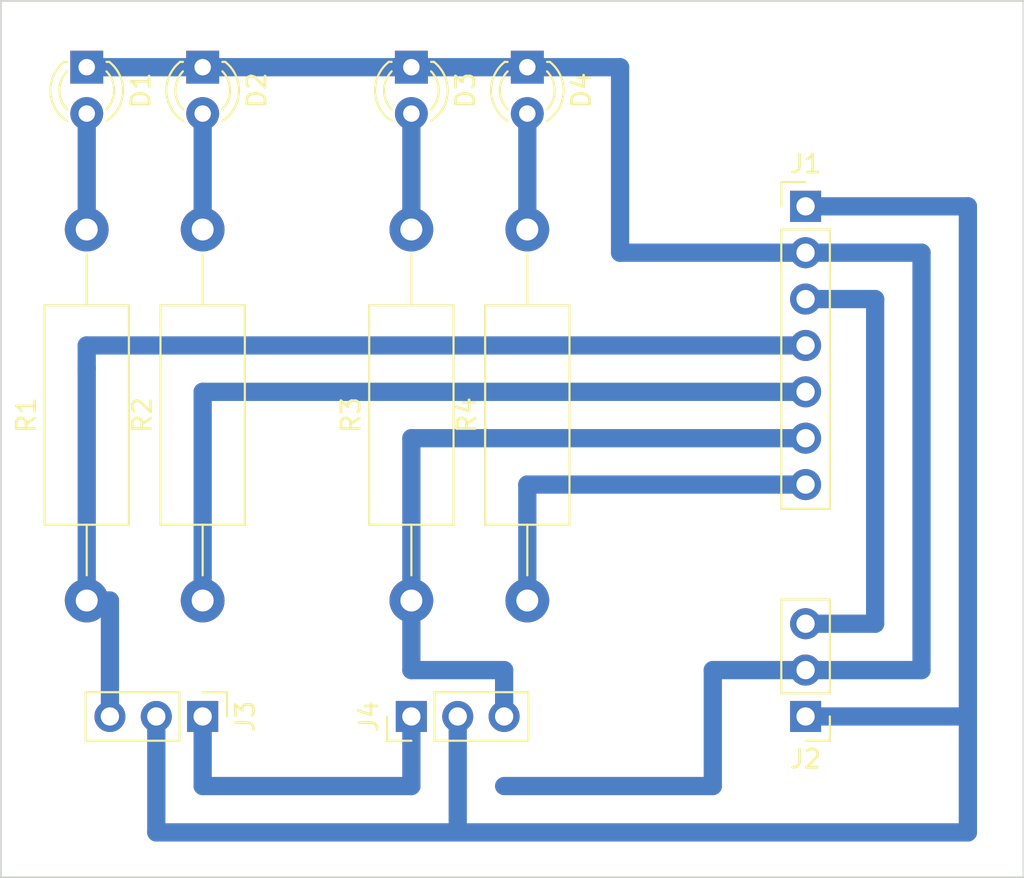
<source format=kicad_pcb>
(kicad_pcb (version 4) (host pcbnew 4.0.7)

  (general
    (links 21)
    (no_connects 1)
    (area -500.050001 -678.050001 -443.949999 -629.949999)
    (thickness 1.6)
    (drawings 4)
    (tracks 44)
    (zones 0)
    (modules 12)
    (nets 12)
  )

  (page A4)
  (layers
    (0 F.Cu signal)
    (31 B.Cu signal)
    (32 B.Adhes user)
    (33 F.Adhes user)
    (34 B.Paste user)
    (35 F.Paste user)
    (36 B.SilkS user)
    (37 F.SilkS user)
    (38 B.Mask user)
    (39 F.Mask user)
    (40 Dwgs.User user)
    (41 Cmts.User user)
    (42 Eco1.User user)
    (43 Eco2.User user)
    (44 Edge.Cuts user)
    (45 Margin user)
    (46 B.CrtYd user)
    (47 F.CrtYd user)
    (48 B.Fab user)
    (49 F.Fab user)
  )

  (setup
    (last_trace_width 0.25)
    (user_trace_width 1)
    (trace_clearance 0.2)
    (zone_clearance 0.508)
    (zone_45_only no)
    (trace_min 0.2)
    (segment_width 0.2)
    (edge_width 0.1)
    (via_size 0.6)
    (via_drill 0.4)
    (via_min_size 0.4)
    (via_min_drill 0.3)
    (user_via 3 1)
    (uvia_size 0.3)
    (uvia_drill 0.1)
    (uvias_allowed no)
    (uvia_min_size 0.2)
    (uvia_min_drill 0.1)
    (pcb_text_width 0.3)
    (pcb_text_size 1.5 1.5)
    (mod_edge_width 0.15)
    (mod_text_size 1 1)
    (mod_text_width 0.15)
    (pad_size 1.5 1.5)
    (pad_drill 0.6)
    (pad_to_mask_clearance 0)
    (aux_axis_origin 204.47 111.76)
    (visible_elements FFFFFFFF)
    (pcbplotparams
      (layerselection 0x00030_80000001)
      (usegerberextensions false)
      (excludeedgelayer true)
      (linewidth 0.100000)
      (plotframeref false)
      (viasonmask false)
      (mode 1)
      (useauxorigin false)
      (hpglpennumber 1)
      (hpglpenspeed 20)
      (hpglpendiameter 15)
      (hpglpenoverlay 2)
      (psnegative false)
      (psa4output false)
      (plotreference true)
      (plotvalue true)
      (plotinvisibletext false)
      (padsonsilk false)
      (subtractmaskfromsilk false)
      (outputformat 1)
      (mirror false)
      (drillshape 1)
      (scaleselection 1)
      (outputdirectory ""))
  )

  (net 0 "")
  (net 1 "Net-(D1-Pad1)")
  (net 2 "Net-(D1-Pad2)")
  (net 3 "Net-(D2-Pad2)")
  (net 4 "Net-(D3-Pad2)")
  (net 5 "Net-(D4-Pad2)")
  (net 6 "Net-(J1-Pad1)")
  (net 7 "Net-(J1-Pad3)")
  (net 8 "Net-(J1-Pad4)")
  (net 9 "Net-(J1-Pad5)")
  (net 10 "Net-(J1-Pad6)")
  (net 11 "Net-(J1-Pad7)")

  (net_class Default "This is the default net class."
    (clearance 0.2)
    (trace_width 0.25)
    (via_dia 0.6)
    (via_drill 0.4)
    (uvia_dia 0.3)
    (uvia_drill 0.1)
  )

  (net_class type_01 ""
    (clearance 0.5)
    (trace_width 1)
    (via_dia 4)
    (via_drill 1.5)
    (uvia_dia 3)
    (uvia_drill 1)
    (add_net "Net-(D1-Pad1)")
    (add_net "Net-(D1-Pad2)")
    (add_net "Net-(D2-Pad2)")
    (add_net "Net-(D3-Pad2)")
    (add_net "Net-(D4-Pad2)")
    (add_net "Net-(J1-Pad1)")
    (add_net "Net-(J1-Pad3)")
    (add_net "Net-(J1-Pad4)")
    (add_net "Net-(J1-Pad5)")
    (add_net "Net-(J1-Pad6)")
    (add_net "Net-(J1-Pad7)")
  )

  (module LEDs:LED_D3.0mm (layer F.Cu) (tedit 587A3A7B) (tstamp 5C757930)
    (at -495.3 -674.37 270)
    (descr "LED, diameter 3.0mm, 2 pins")
    (tags "LED diameter 3.0mm 2 pins")
    (path /5C6D01AC)
    (fp_text reference D1 (at 1.27 -2.96 270) (layer F.SilkS)
      (effects (font (size 1 1) (thickness 0.15)))
    )
    (fp_text value LED (at 1.27 2.96 270) (layer F.Fab)
      (effects (font (size 1 1) (thickness 0.15)))
    )
    (fp_arc (start 1.27 0) (end -0.23 -1.16619) (angle 284.3) (layer F.Fab) (width 0.1))
    (fp_arc (start 1.27 0) (end -0.29 -1.235516) (angle 108.8) (layer F.SilkS) (width 0.12))
    (fp_arc (start 1.27 0) (end -0.29 1.235516) (angle -108.8) (layer F.SilkS) (width 0.12))
    (fp_arc (start 1.27 0) (end 0.229039 -1.08) (angle 87.9) (layer F.SilkS) (width 0.12))
    (fp_arc (start 1.27 0) (end 0.229039 1.08) (angle -87.9) (layer F.SilkS) (width 0.12))
    (fp_circle (center 1.27 0) (end 2.77 0) (layer F.Fab) (width 0.1))
    (fp_line (start -0.23 -1.16619) (end -0.23 1.16619) (layer F.Fab) (width 0.1))
    (fp_line (start -0.29 -1.236) (end -0.29 -1.08) (layer F.SilkS) (width 0.12))
    (fp_line (start -0.29 1.08) (end -0.29 1.236) (layer F.SilkS) (width 0.12))
    (fp_line (start -1.15 -2.25) (end -1.15 2.25) (layer F.CrtYd) (width 0.05))
    (fp_line (start -1.15 2.25) (end 3.7 2.25) (layer F.CrtYd) (width 0.05))
    (fp_line (start 3.7 2.25) (end 3.7 -2.25) (layer F.CrtYd) (width 0.05))
    (fp_line (start 3.7 -2.25) (end -1.15 -2.25) (layer F.CrtYd) (width 0.05))
    (pad 1 thru_hole rect (at 0 0 270) (size 1.8 1.8) (drill 0.9) (layers *.Cu *.Mask)
      (net 1 "Net-(D1-Pad1)"))
    (pad 2 thru_hole circle (at 2.54 0 270) (size 1.8 1.8) (drill 0.9) (layers *.Cu *.Mask)
      (net 2 "Net-(D1-Pad2)"))
    (model ${KISYS3DMOD}/LEDs.3dshapes/LED_D3.0mm.wrl
      (at (xyz 0 0 0))
      (scale (xyz 0.393701 0.393701 0.393701))
      (rotate (xyz 0 0 0))
    )
  )

  (module LEDs:LED_D3.0mm (layer F.Cu) (tedit 5C75793B) (tstamp 5C757943)
    (at -488.95 -674.37 270)
    (descr "LED, diameter 3.0mm, 2 pins")
    (tags "LED diameter 3.0mm 2 pins")
    (path /5C6D021B)
    (fp_text reference D2 (at 1.27 -2.96 270) (layer F.SilkS)
      (effects (font (size 1 1) (thickness 0.15)))
    )
    (fp_text value LED (at 1.27 2.96 360) (layer F.Fab)
      (effects (font (size 1 1) (thickness 0.15)))
    )
    (fp_arc (start 1.27 0) (end -0.23 -1.16619) (angle 284.3) (layer F.Fab) (width 0.1))
    (fp_arc (start 1.27 0) (end -0.29 -1.235516) (angle 108.8) (layer F.SilkS) (width 0.12))
    (fp_arc (start 1.27 0) (end -0.29 1.235516) (angle -108.8) (layer F.SilkS) (width 0.12))
    (fp_arc (start 1.27 0) (end 0.229039 -1.08) (angle 87.9) (layer F.SilkS) (width 0.12))
    (fp_arc (start 1.27 0) (end 0.229039 1.08) (angle -87.9) (layer F.SilkS) (width 0.12))
    (fp_circle (center 1.27 0) (end 2.77 0) (layer F.Fab) (width 0.1))
    (fp_line (start -0.23 -1.16619) (end -0.23 1.16619) (layer F.Fab) (width 0.1))
    (fp_line (start -0.29 -1.236) (end -0.29 -1.08) (layer F.SilkS) (width 0.12))
    (fp_line (start -0.29 1.08) (end -0.29 1.236) (layer F.SilkS) (width 0.12))
    (fp_line (start -1.15 -2.25) (end -1.15 2.25) (layer F.CrtYd) (width 0.05))
    (fp_line (start -1.15 2.25) (end 3.7 2.25) (layer F.CrtYd) (width 0.05))
    (fp_line (start 3.7 2.25) (end 3.7 -2.25) (layer F.CrtYd) (width 0.05))
    (fp_line (start 3.7 -2.25) (end -1.15 -2.25) (layer F.CrtYd) (width 0.05))
    (pad 1 thru_hole rect (at 0 0 270) (size 1.8 1.8) (drill 0.9) (layers *.Cu *.Mask)
      (net 1 "Net-(D1-Pad1)"))
    (pad 2 thru_hole circle (at 2.54 0 270) (size 1.8 1.8) (drill 0.9) (layers *.Cu *.Mask)
      (net 3 "Net-(D2-Pad2)"))
    (model ${KISYS3DMOD}/LEDs.3dshapes/LED_D3.0mm.wrl
      (at (xyz 0 0 0))
      (scale (xyz 0.393701 0.393701 0.393701))
      (rotate (xyz 0 0 0))
    )
  )

  (module LEDs:LED_D3.0mm (layer F.Cu) (tedit 5C757935) (tstamp 5C757956)
    (at -477.52 -674.37 270)
    (descr "LED, diameter 3.0mm, 2 pins")
    (tags "LED diameter 3.0mm 2 pins")
    (path /5C6D013D)
    (fp_text reference D3 (at 1.27 -2.96 270) (layer F.SilkS)
      (effects (font (size 1 1) (thickness 0.15)))
    )
    (fp_text value LED (at 1.27 2.96 360) (layer F.Fab)
      (effects (font (size 1 1) (thickness 0.15)))
    )
    (fp_arc (start 1.27 0) (end -0.23 -1.16619) (angle 284.3) (layer F.Fab) (width 0.1))
    (fp_arc (start 1.27 0) (end -0.29 -1.235516) (angle 108.8) (layer F.SilkS) (width 0.12))
    (fp_arc (start 1.27 0) (end -0.29 1.235516) (angle -108.8) (layer F.SilkS) (width 0.12))
    (fp_arc (start 1.27 0) (end 0.229039 -1.08) (angle 87.9) (layer F.SilkS) (width 0.12))
    (fp_arc (start 1.27 0) (end 0.229039 1.08) (angle -87.9) (layer F.SilkS) (width 0.12))
    (fp_circle (center 1.27 0) (end 2.77 0) (layer F.Fab) (width 0.1))
    (fp_line (start -0.23 -1.16619) (end -0.23 1.16619) (layer F.Fab) (width 0.1))
    (fp_line (start -0.29 -1.236) (end -0.29 -1.08) (layer F.SilkS) (width 0.12))
    (fp_line (start -0.29 1.08) (end -0.29 1.236) (layer F.SilkS) (width 0.12))
    (fp_line (start -1.15 -2.25) (end -1.15 2.25) (layer F.CrtYd) (width 0.05))
    (fp_line (start -1.15 2.25) (end 3.7 2.25) (layer F.CrtYd) (width 0.05))
    (fp_line (start 3.7 2.25) (end 3.7 -2.25) (layer F.CrtYd) (width 0.05))
    (fp_line (start 3.7 -2.25) (end -1.15 -2.25) (layer F.CrtYd) (width 0.05))
    (pad 1 thru_hole rect (at 0 0 270) (size 1.8 1.8) (drill 0.9) (layers *.Cu *.Mask)
      (net 1 "Net-(D1-Pad1)"))
    (pad 2 thru_hole circle (at 2.54 0 270) (size 1.8 1.8) (drill 0.9) (layers *.Cu *.Mask)
      (net 4 "Net-(D3-Pad2)"))
    (model ${KISYS3DMOD}/LEDs.3dshapes/LED_D3.0mm.wrl
      (at (xyz 0 0 0))
      (scale (xyz 0.393701 0.393701 0.393701))
      (rotate (xyz 0 0 0))
    )
  )

  (module LEDs:LED_D3.0mm (layer F.Cu) (tedit 587A3A7B) (tstamp 5C757969)
    (at -471.17 -674.37 270)
    (descr "LED, diameter 3.0mm, 2 pins")
    (tags "LED diameter 3.0mm 2 pins")
    (path /5C6D00FC)
    (fp_text reference D4 (at 1.27 -2.96 270) (layer F.SilkS)
      (effects (font (size 1 1) (thickness 0.15)))
    )
    (fp_text value LED (at 1.27 2.96 270) (layer F.Fab)
      (effects (font (size 1 1) (thickness 0.15)))
    )
    (fp_arc (start 1.27 0) (end -0.23 -1.16619) (angle 284.3) (layer F.Fab) (width 0.1))
    (fp_arc (start 1.27 0) (end -0.29 -1.235516) (angle 108.8) (layer F.SilkS) (width 0.12))
    (fp_arc (start 1.27 0) (end -0.29 1.235516) (angle -108.8) (layer F.SilkS) (width 0.12))
    (fp_arc (start 1.27 0) (end 0.229039 -1.08) (angle 87.9) (layer F.SilkS) (width 0.12))
    (fp_arc (start 1.27 0) (end 0.229039 1.08) (angle -87.9) (layer F.SilkS) (width 0.12))
    (fp_circle (center 1.27 0) (end 2.77 0) (layer F.Fab) (width 0.1))
    (fp_line (start -0.23 -1.16619) (end -0.23 1.16619) (layer F.Fab) (width 0.1))
    (fp_line (start -0.29 -1.236) (end -0.29 -1.08) (layer F.SilkS) (width 0.12))
    (fp_line (start -0.29 1.08) (end -0.29 1.236) (layer F.SilkS) (width 0.12))
    (fp_line (start -1.15 -2.25) (end -1.15 2.25) (layer F.CrtYd) (width 0.05))
    (fp_line (start -1.15 2.25) (end 3.7 2.25) (layer F.CrtYd) (width 0.05))
    (fp_line (start 3.7 2.25) (end 3.7 -2.25) (layer F.CrtYd) (width 0.05))
    (fp_line (start 3.7 -2.25) (end -1.15 -2.25) (layer F.CrtYd) (width 0.05))
    (pad 1 thru_hole rect (at 0 0 270) (size 1.8 1.8) (drill 0.9) (layers *.Cu *.Mask)
      (net 1 "Net-(D1-Pad1)"))
    (pad 2 thru_hole circle (at 2.54 0 270) (size 1.8 1.8) (drill 0.9) (layers *.Cu *.Mask)
      (net 5 "Net-(D4-Pad2)"))
    (model ${KISYS3DMOD}/LEDs.3dshapes/LED_D3.0mm.wrl
      (at (xyz 0 0 0))
      (scale (xyz 0.393701 0.393701 0.393701))
      (rotate (xyz 0 0 0))
    )
  )

  (module Pin_Headers:Pin_Header_Straight_1x07_Pitch2.54mm (layer F.Cu) (tedit 59650532) (tstamp 5C757984)
    (at -455.93 -666.75)
    (descr "Through hole straight pin header, 1x07, 2.54mm pitch, single row")
    (tags "Through hole pin header THT 1x07 2.54mm single row")
    (path /5C6FA103)
    (fp_text reference J1 (at 0 -2.33) (layer F.SilkS)
      (effects (font (size 1 1) (thickness 0.15)))
    )
    (fp_text value Conn_01x07 (at 0 17.57) (layer F.Fab)
      (effects (font (size 1 1) (thickness 0.15)))
    )
    (fp_line (start -0.635 -1.27) (end 1.27 -1.27) (layer F.Fab) (width 0.1))
    (fp_line (start 1.27 -1.27) (end 1.27 16.51) (layer F.Fab) (width 0.1))
    (fp_line (start 1.27 16.51) (end -1.27 16.51) (layer F.Fab) (width 0.1))
    (fp_line (start -1.27 16.51) (end -1.27 -0.635) (layer F.Fab) (width 0.1))
    (fp_line (start -1.27 -0.635) (end -0.635 -1.27) (layer F.Fab) (width 0.1))
    (fp_line (start -1.33 16.57) (end 1.33 16.57) (layer F.SilkS) (width 0.12))
    (fp_line (start -1.33 1.27) (end -1.33 16.57) (layer F.SilkS) (width 0.12))
    (fp_line (start 1.33 1.27) (end 1.33 16.57) (layer F.SilkS) (width 0.12))
    (fp_line (start -1.33 1.27) (end 1.33 1.27) (layer F.SilkS) (width 0.12))
    (fp_line (start -1.33 0) (end -1.33 -1.33) (layer F.SilkS) (width 0.12))
    (fp_line (start -1.33 -1.33) (end 0 -1.33) (layer F.SilkS) (width 0.12))
    (fp_line (start -1.8 -1.8) (end -1.8 17.05) (layer F.CrtYd) (width 0.05))
    (fp_line (start -1.8 17.05) (end 1.8 17.05) (layer F.CrtYd) (width 0.05))
    (fp_line (start 1.8 17.05) (end 1.8 -1.8) (layer F.CrtYd) (width 0.05))
    (fp_line (start 1.8 -1.8) (end -1.8 -1.8) (layer F.CrtYd) (width 0.05))
    (fp_text user %R (at 0 7.62 90) (layer F.Fab)
      (effects (font (size 1 1) (thickness 0.15)))
    )
    (pad 1 thru_hole rect (at 0 0) (size 1.7 1.7) (drill 1) (layers *.Cu *.Mask)
      (net 6 "Net-(J1-Pad1)"))
    (pad 2 thru_hole oval (at 0 2.54) (size 1.7 1.7) (drill 1) (layers *.Cu *.Mask)
      (net 1 "Net-(D1-Pad1)"))
    (pad 3 thru_hole oval (at 0 5.08) (size 1.7 1.7) (drill 1) (layers *.Cu *.Mask)
      (net 7 "Net-(J1-Pad3)"))
    (pad 4 thru_hole oval (at 0 7.62) (size 1.7 1.7) (drill 1) (layers *.Cu *.Mask)
      (net 8 "Net-(J1-Pad4)"))
    (pad 5 thru_hole oval (at 0 10.16) (size 1.7 1.7) (drill 1) (layers *.Cu *.Mask)
      (net 9 "Net-(J1-Pad5)"))
    (pad 6 thru_hole oval (at 0 12.7) (size 1.7 1.7) (drill 1) (layers *.Cu *.Mask)
      (net 10 "Net-(J1-Pad6)"))
    (pad 7 thru_hole oval (at 0 15.24) (size 1.7 1.7) (drill 1) (layers *.Cu *.Mask)
      (net 11 "Net-(J1-Pad7)"))
    (model ${KISYS3DMOD}/Pin_Headers.3dshapes/Pin_Header_Straight_1x07_Pitch2.54mm.wrl
      (at (xyz 0 0 0))
      (scale (xyz 1 1 1))
      (rotate (xyz 0 0 0))
    )
  )

  (module Socket_Strips:Socket_Strip_Straight_1x03_Pitch2.54mm (layer F.Cu) (tedit 58CD5446) (tstamp 5C75799A)
    (at -455.93 -638.81 180)
    (descr "Through hole straight socket strip, 1x03, 2.54mm pitch, single row")
    (tags "Through hole socket strip THT 1x03 2.54mm single row")
    (path /5C75928C)
    (fp_text reference J2 (at 0 -2.33 180) (layer F.SilkS)
      (effects (font (size 1 1) (thickness 0.15)))
    )
    (fp_text value Conn_01x03_Female (at 0 7.41 180) (layer F.Fab)
      (effects (font (size 1 1) (thickness 0.15)))
    )
    (fp_line (start -1.27 -1.27) (end -1.27 6.35) (layer F.Fab) (width 0.1))
    (fp_line (start -1.27 6.35) (end 1.27 6.35) (layer F.Fab) (width 0.1))
    (fp_line (start 1.27 6.35) (end 1.27 -1.27) (layer F.Fab) (width 0.1))
    (fp_line (start 1.27 -1.27) (end -1.27 -1.27) (layer F.Fab) (width 0.1))
    (fp_line (start -1.33 1.27) (end -1.33 6.41) (layer F.SilkS) (width 0.12))
    (fp_line (start -1.33 6.41) (end 1.33 6.41) (layer F.SilkS) (width 0.12))
    (fp_line (start 1.33 6.41) (end 1.33 1.27) (layer F.SilkS) (width 0.12))
    (fp_line (start 1.33 1.27) (end -1.33 1.27) (layer F.SilkS) (width 0.12))
    (fp_line (start -1.33 0) (end -1.33 -1.33) (layer F.SilkS) (width 0.12))
    (fp_line (start -1.33 -1.33) (end 0 -1.33) (layer F.SilkS) (width 0.12))
    (fp_line (start -1.8 -1.8) (end -1.8 6.85) (layer F.CrtYd) (width 0.05))
    (fp_line (start -1.8 6.85) (end 1.8 6.85) (layer F.CrtYd) (width 0.05))
    (fp_line (start 1.8 6.85) (end 1.8 -1.8) (layer F.CrtYd) (width 0.05))
    (fp_line (start 1.8 -1.8) (end -1.8 -1.8) (layer F.CrtYd) (width 0.05))
    (fp_text user %R (at 0 -2.33 180) (layer F.Fab)
      (effects (font (size 1 1) (thickness 0.15)))
    )
    (pad 1 thru_hole rect (at 0 0 180) (size 1.7 1.7) (drill 1) (layers *.Cu *.Mask)
      (net 6 "Net-(J1-Pad1)"))
    (pad 2 thru_hole oval (at 0 2.54 180) (size 1.7 1.7) (drill 1) (layers *.Cu *.Mask)
      (net 1 "Net-(D1-Pad1)"))
    (pad 3 thru_hole oval (at 0 5.08 180) (size 1.7 1.7) (drill 1) (layers *.Cu *.Mask)
      (net 7 "Net-(J1-Pad3)"))
    (model ${KISYS3DMOD}/Socket_Strips.3dshapes/Socket_Strip_Straight_1x03_Pitch2.54mm.wrl
      (at (xyz 0 -0.1 0))
      (scale (xyz 1 1 1))
      (rotate (xyz 0 0 270))
    )
  )

  (module Socket_Strips:Socket_Strip_Straight_1x03_Pitch2.54mm (layer F.Cu) (tedit 58CD5446) (tstamp 5C7579B0)
    (at -488.95 -638.81 270)
    (descr "Through hole straight socket strip, 1x03, 2.54mm pitch, single row")
    (tags "Through hole socket strip THT 1x03 2.54mm single row")
    (path /5C7593E2)
    (fp_text reference J3 (at 0 -2.33 270) (layer F.SilkS)
      (effects (font (size 1 1) (thickness 0.15)))
    )
    (fp_text value Conn_01x03_Female (at 0 7.41 270) (layer F.Fab)
      (effects (font (size 1 1) (thickness 0.15)))
    )
    (fp_line (start -1.27 -1.27) (end -1.27 6.35) (layer F.Fab) (width 0.1))
    (fp_line (start -1.27 6.35) (end 1.27 6.35) (layer F.Fab) (width 0.1))
    (fp_line (start 1.27 6.35) (end 1.27 -1.27) (layer F.Fab) (width 0.1))
    (fp_line (start 1.27 -1.27) (end -1.27 -1.27) (layer F.Fab) (width 0.1))
    (fp_line (start -1.33 1.27) (end -1.33 6.41) (layer F.SilkS) (width 0.12))
    (fp_line (start -1.33 6.41) (end 1.33 6.41) (layer F.SilkS) (width 0.12))
    (fp_line (start 1.33 6.41) (end 1.33 1.27) (layer F.SilkS) (width 0.12))
    (fp_line (start 1.33 1.27) (end -1.33 1.27) (layer F.SilkS) (width 0.12))
    (fp_line (start -1.33 0) (end -1.33 -1.33) (layer F.SilkS) (width 0.12))
    (fp_line (start -1.33 -1.33) (end 0 -1.33) (layer F.SilkS) (width 0.12))
    (fp_line (start -1.8 -1.8) (end -1.8 6.85) (layer F.CrtYd) (width 0.05))
    (fp_line (start -1.8 6.85) (end 1.8 6.85) (layer F.CrtYd) (width 0.05))
    (fp_line (start 1.8 6.85) (end 1.8 -1.8) (layer F.CrtYd) (width 0.05))
    (fp_line (start 1.8 -1.8) (end -1.8 -1.8) (layer F.CrtYd) (width 0.05))
    (fp_text user %R (at 0 -2.33 270) (layer F.Fab)
      (effects (font (size 1 1) (thickness 0.15)))
    )
    (pad 1 thru_hole rect (at 0 0 270) (size 1.7 1.7) (drill 1) (layers *.Cu *.Mask)
      (net 1 "Net-(D1-Pad1)"))
    (pad 2 thru_hole oval (at 0 2.54 270) (size 1.7 1.7) (drill 1) (layers *.Cu *.Mask)
      (net 6 "Net-(J1-Pad1)"))
    (pad 3 thru_hole oval (at 0 5.08 270) (size 1.7 1.7) (drill 1) (layers *.Cu *.Mask)
      (net 8 "Net-(J1-Pad4)"))
    (model ${KISYS3DMOD}/Socket_Strips.3dshapes/Socket_Strip_Straight_1x03_Pitch2.54mm.wrl
      (at (xyz 0 -0.1 0))
      (scale (xyz 1 1 1))
      (rotate (xyz 0 0 270))
    )
  )

  (module Socket_Strips:Socket_Strip_Straight_1x03_Pitch2.54mm (layer F.Cu) (tedit 58CD5446) (tstamp 5C7579C6)
    (at -477.52 -638.81 90)
    (descr "Through hole straight socket strip, 1x03, 2.54mm pitch, single row")
    (tags "Through hole socket strip THT 1x03 2.54mm single row")
    (path /5C759463)
    (fp_text reference J4 (at 0 -2.33 90) (layer F.SilkS)
      (effects (font (size 1 1) (thickness 0.15)))
    )
    (fp_text value Conn_01x03_Female (at 0 7.41 90) (layer F.Fab)
      (effects (font (size 1 1) (thickness 0.15)))
    )
    (fp_line (start -1.27 -1.27) (end -1.27 6.35) (layer F.Fab) (width 0.1))
    (fp_line (start -1.27 6.35) (end 1.27 6.35) (layer F.Fab) (width 0.1))
    (fp_line (start 1.27 6.35) (end 1.27 -1.27) (layer F.Fab) (width 0.1))
    (fp_line (start 1.27 -1.27) (end -1.27 -1.27) (layer F.Fab) (width 0.1))
    (fp_line (start -1.33 1.27) (end -1.33 6.41) (layer F.SilkS) (width 0.12))
    (fp_line (start -1.33 6.41) (end 1.33 6.41) (layer F.SilkS) (width 0.12))
    (fp_line (start 1.33 6.41) (end 1.33 1.27) (layer F.SilkS) (width 0.12))
    (fp_line (start 1.33 1.27) (end -1.33 1.27) (layer F.SilkS) (width 0.12))
    (fp_line (start -1.33 0) (end -1.33 -1.33) (layer F.SilkS) (width 0.12))
    (fp_line (start -1.33 -1.33) (end 0 -1.33) (layer F.SilkS) (width 0.12))
    (fp_line (start -1.8 -1.8) (end -1.8 6.85) (layer F.CrtYd) (width 0.05))
    (fp_line (start -1.8 6.85) (end 1.8 6.85) (layer F.CrtYd) (width 0.05))
    (fp_line (start 1.8 6.85) (end 1.8 -1.8) (layer F.CrtYd) (width 0.05))
    (fp_line (start 1.8 -1.8) (end -1.8 -1.8) (layer F.CrtYd) (width 0.05))
    (fp_text user %R (at 0 -2.33 90) (layer F.Fab)
      (effects (font (size 1 1) (thickness 0.15)))
    )
    (pad 1 thru_hole rect (at 0 0 90) (size 1.7 1.7) (drill 1) (layers *.Cu *.Mask)
      (net 1 "Net-(D1-Pad1)"))
    (pad 2 thru_hole oval (at 0 2.54 90) (size 1.7 1.7) (drill 1) (layers *.Cu *.Mask)
      (net 6 "Net-(J1-Pad1)"))
    (pad 3 thru_hole oval (at 0 5.08 90) (size 1.7 1.7) (drill 1) (layers *.Cu *.Mask)
      (net 10 "Net-(J1-Pad6)"))
    (model ${KISYS3DMOD}/Socket_Strips.3dshapes/Socket_Strip_Straight_1x03_Pitch2.54mm.wrl
      (at (xyz 0 -0.1 0))
      (scale (xyz 1 1 1))
      (rotate (xyz 0 0 270))
    )
  )

  (module Resistors_THT:R_Axial_DIN0414_L11.9mm_D4.5mm_P20.32mm_Horizontal (layer F.Cu) (tedit 5874F706) (tstamp 5C7579DC)
    (at -495.3 -645.16 90)
    (descr "Resistor, Axial_DIN0414 series, Axial, Horizontal, pin pitch=20.32mm, 2W, length*diameter=11.9*4.5mm^2, http://www.vishay.com/docs/20128/wkxwrx.pdf")
    (tags "Resistor Axial_DIN0414 series Axial Horizontal pin pitch 20.32mm 2W length 11.9mm diameter 4.5mm")
    (path /5C6D122D)
    (fp_text reference R1 (at 10.16 -3.31 90) (layer F.SilkS)
      (effects (font (size 1 1) (thickness 0.15)))
    )
    (fp_text value 2.2k (at 10.16 3.31 90) (layer F.Fab)
      (effects (font (size 1 1) (thickness 0.15)))
    )
    (fp_line (start 4.21 -2.25) (end 4.21 2.25) (layer F.Fab) (width 0.1))
    (fp_line (start 4.21 2.25) (end 16.11 2.25) (layer F.Fab) (width 0.1))
    (fp_line (start 16.11 2.25) (end 16.11 -2.25) (layer F.Fab) (width 0.1))
    (fp_line (start 16.11 -2.25) (end 4.21 -2.25) (layer F.Fab) (width 0.1))
    (fp_line (start 0 0) (end 4.21 0) (layer F.Fab) (width 0.1))
    (fp_line (start 20.32 0) (end 16.11 0) (layer F.Fab) (width 0.1))
    (fp_line (start 4.15 -2.31) (end 4.15 2.31) (layer F.SilkS) (width 0.12))
    (fp_line (start 4.15 2.31) (end 16.17 2.31) (layer F.SilkS) (width 0.12))
    (fp_line (start 16.17 2.31) (end 16.17 -2.31) (layer F.SilkS) (width 0.12))
    (fp_line (start 16.17 -2.31) (end 4.15 -2.31) (layer F.SilkS) (width 0.12))
    (fp_line (start 1.38 0) (end 4.15 0) (layer F.SilkS) (width 0.12))
    (fp_line (start 18.94 0) (end 16.17 0) (layer F.SilkS) (width 0.12))
    (fp_line (start -1.45 -2.6) (end -1.45 2.6) (layer F.CrtYd) (width 0.05))
    (fp_line (start -1.45 2.6) (end 21.8 2.6) (layer F.CrtYd) (width 0.05))
    (fp_line (start 21.8 2.6) (end 21.8 -2.6) (layer F.CrtYd) (width 0.05))
    (fp_line (start 21.8 -2.6) (end -1.45 -2.6) (layer F.CrtYd) (width 0.05))
    (pad 1 thru_hole circle (at 0 0 90) (size 2.4 2.4) (drill 1.2) (layers *.Cu *.Mask)
      (net 8 "Net-(J1-Pad4)"))
    (pad 2 thru_hole oval (at 20.32 0 90) (size 2.4 2.4) (drill 1.2) (layers *.Cu *.Mask)
      (net 2 "Net-(D1-Pad2)"))
    (model ${KISYS3DMOD}/Resistors_THT.3dshapes/R_Axial_DIN0414_L11.9mm_D4.5mm_P20.32mm_Horizontal.wrl
      (at (xyz 0 0 0))
      (scale (xyz 0.393701 0.393701 0.393701))
      (rotate (xyz 0 0 0))
    )
  )

  (module Resistors_THT:R_Axial_DIN0414_L11.9mm_D4.5mm_P20.32mm_Horizontal (layer F.Cu) (tedit 5874F706) (tstamp 5C7579F2)
    (at -488.95 -645.16 90)
    (descr "Resistor, Axial_DIN0414 series, Axial, Horizontal, pin pitch=20.32mm, 2W, length*diameter=11.9*4.5mm^2, http://www.vishay.com/docs/20128/wkxwrx.pdf")
    (tags "Resistor Axial_DIN0414 series Axial Horizontal pin pitch 20.32mm 2W length 11.9mm diameter 4.5mm")
    (path /5C6D11CC)
    (fp_text reference R2 (at 10.16 -3.31 90) (layer F.SilkS)
      (effects (font (size 1 1) (thickness 0.15)))
    )
    (fp_text value 2.2k (at 10.16 3.31 90) (layer F.Fab)
      (effects (font (size 1 1) (thickness 0.15)))
    )
    (fp_line (start 4.21 -2.25) (end 4.21 2.25) (layer F.Fab) (width 0.1))
    (fp_line (start 4.21 2.25) (end 16.11 2.25) (layer F.Fab) (width 0.1))
    (fp_line (start 16.11 2.25) (end 16.11 -2.25) (layer F.Fab) (width 0.1))
    (fp_line (start 16.11 -2.25) (end 4.21 -2.25) (layer F.Fab) (width 0.1))
    (fp_line (start 0 0) (end 4.21 0) (layer F.Fab) (width 0.1))
    (fp_line (start 20.32 0) (end 16.11 0) (layer F.Fab) (width 0.1))
    (fp_line (start 4.15 -2.31) (end 4.15 2.31) (layer F.SilkS) (width 0.12))
    (fp_line (start 4.15 2.31) (end 16.17 2.31) (layer F.SilkS) (width 0.12))
    (fp_line (start 16.17 2.31) (end 16.17 -2.31) (layer F.SilkS) (width 0.12))
    (fp_line (start 16.17 -2.31) (end 4.15 -2.31) (layer F.SilkS) (width 0.12))
    (fp_line (start 1.38 0) (end 4.15 0) (layer F.SilkS) (width 0.12))
    (fp_line (start 18.94 0) (end 16.17 0) (layer F.SilkS) (width 0.12))
    (fp_line (start -1.45 -2.6) (end -1.45 2.6) (layer F.CrtYd) (width 0.05))
    (fp_line (start -1.45 2.6) (end 21.8 2.6) (layer F.CrtYd) (width 0.05))
    (fp_line (start 21.8 2.6) (end 21.8 -2.6) (layer F.CrtYd) (width 0.05))
    (fp_line (start 21.8 -2.6) (end -1.45 -2.6) (layer F.CrtYd) (width 0.05))
    (pad 1 thru_hole circle (at 0 0 90) (size 2.4 2.4) (drill 1.2) (layers *.Cu *.Mask)
      (net 9 "Net-(J1-Pad5)"))
    (pad 2 thru_hole oval (at 20.32 0 90) (size 2.4 2.4) (drill 1.2) (layers *.Cu *.Mask)
      (net 3 "Net-(D2-Pad2)"))
    (model ${KISYS3DMOD}/Resistors_THT.3dshapes/R_Axial_DIN0414_L11.9mm_D4.5mm_P20.32mm_Horizontal.wrl
      (at (xyz 0 0 0))
      (scale (xyz 0.393701 0.393701 0.393701))
      (rotate (xyz 0 0 0))
    )
  )

  (module Resistors_THT:R_Axial_DIN0414_L11.9mm_D4.5mm_P20.32mm_Horizontal (layer F.Cu) (tedit 5874F706) (tstamp 5C757A08)
    (at -477.52 -645.16 90)
    (descr "Resistor, Axial_DIN0414 series, Axial, Horizontal, pin pitch=20.32mm, 2W, length*diameter=11.9*4.5mm^2, http://www.vishay.com/docs/20128/wkxwrx.pdf")
    (tags "Resistor Axial_DIN0414 series Axial Horizontal pin pitch 20.32mm 2W length 11.9mm diameter 4.5mm")
    (path /5C6D12A4)
    (fp_text reference R3 (at 10.16 -3.31 90) (layer F.SilkS)
      (effects (font (size 1 1) (thickness 0.15)))
    )
    (fp_text value 2.2k (at 10.16 3.31 90) (layer F.Fab)
      (effects (font (size 1 1) (thickness 0.15)))
    )
    (fp_line (start 4.21 -2.25) (end 4.21 2.25) (layer F.Fab) (width 0.1))
    (fp_line (start 4.21 2.25) (end 16.11 2.25) (layer F.Fab) (width 0.1))
    (fp_line (start 16.11 2.25) (end 16.11 -2.25) (layer F.Fab) (width 0.1))
    (fp_line (start 16.11 -2.25) (end 4.21 -2.25) (layer F.Fab) (width 0.1))
    (fp_line (start 0 0) (end 4.21 0) (layer F.Fab) (width 0.1))
    (fp_line (start 20.32 0) (end 16.11 0) (layer F.Fab) (width 0.1))
    (fp_line (start 4.15 -2.31) (end 4.15 2.31) (layer F.SilkS) (width 0.12))
    (fp_line (start 4.15 2.31) (end 16.17 2.31) (layer F.SilkS) (width 0.12))
    (fp_line (start 16.17 2.31) (end 16.17 -2.31) (layer F.SilkS) (width 0.12))
    (fp_line (start 16.17 -2.31) (end 4.15 -2.31) (layer F.SilkS) (width 0.12))
    (fp_line (start 1.38 0) (end 4.15 0) (layer F.SilkS) (width 0.12))
    (fp_line (start 18.94 0) (end 16.17 0) (layer F.SilkS) (width 0.12))
    (fp_line (start -1.45 -2.6) (end -1.45 2.6) (layer F.CrtYd) (width 0.05))
    (fp_line (start -1.45 2.6) (end 21.8 2.6) (layer F.CrtYd) (width 0.05))
    (fp_line (start 21.8 2.6) (end 21.8 -2.6) (layer F.CrtYd) (width 0.05))
    (fp_line (start 21.8 -2.6) (end -1.45 -2.6) (layer F.CrtYd) (width 0.05))
    (pad 1 thru_hole circle (at 0 0 90) (size 2.4 2.4) (drill 1.2) (layers *.Cu *.Mask)
      (net 10 "Net-(J1-Pad6)"))
    (pad 2 thru_hole oval (at 20.32 0 90) (size 2.4 2.4) (drill 1.2) (layers *.Cu *.Mask)
      (net 4 "Net-(D3-Pad2)"))
    (model ${KISYS3DMOD}/Resistors_THT.3dshapes/R_Axial_DIN0414_L11.9mm_D4.5mm_P20.32mm_Horizontal.wrl
      (at (xyz 0 0 0))
      (scale (xyz 0.393701 0.393701 0.393701))
      (rotate (xyz 0 0 0))
    )
  )

  (module Resistors_THT:R_Axial_DIN0414_L11.9mm_D4.5mm_P20.32mm_Horizontal (layer F.Cu) (tedit 5874F706) (tstamp 5C757A1E)
    (at -471.17 -645.16 90)
    (descr "Resistor, Axial_DIN0414 series, Axial, Horizontal, pin pitch=20.32mm, 2W, length*diameter=11.9*4.5mm^2, http://www.vishay.com/docs/20128/wkxwrx.pdf")
    (tags "Resistor Axial_DIN0414 series Axial Horizontal pin pitch 20.32mm 2W length 11.9mm diameter 4.5mm")
    (path /5C6D1321)
    (fp_text reference R4 (at 10.16 -3.31 90) (layer F.SilkS)
      (effects (font (size 1 1) (thickness 0.15)))
    )
    (fp_text value 2.2k (at 10.16 3.31 90) (layer F.Fab)
      (effects (font (size 1 1) (thickness 0.15)))
    )
    (fp_line (start 4.21 -2.25) (end 4.21 2.25) (layer F.Fab) (width 0.1))
    (fp_line (start 4.21 2.25) (end 16.11 2.25) (layer F.Fab) (width 0.1))
    (fp_line (start 16.11 2.25) (end 16.11 -2.25) (layer F.Fab) (width 0.1))
    (fp_line (start 16.11 -2.25) (end 4.21 -2.25) (layer F.Fab) (width 0.1))
    (fp_line (start 0 0) (end 4.21 0) (layer F.Fab) (width 0.1))
    (fp_line (start 20.32 0) (end 16.11 0) (layer F.Fab) (width 0.1))
    (fp_line (start 4.15 -2.31) (end 4.15 2.31) (layer F.SilkS) (width 0.12))
    (fp_line (start 4.15 2.31) (end 16.17 2.31) (layer F.SilkS) (width 0.12))
    (fp_line (start 16.17 2.31) (end 16.17 -2.31) (layer F.SilkS) (width 0.12))
    (fp_line (start 16.17 -2.31) (end 4.15 -2.31) (layer F.SilkS) (width 0.12))
    (fp_line (start 1.38 0) (end 4.15 0) (layer F.SilkS) (width 0.12))
    (fp_line (start 18.94 0) (end 16.17 0) (layer F.SilkS) (width 0.12))
    (fp_line (start -1.45 -2.6) (end -1.45 2.6) (layer F.CrtYd) (width 0.05))
    (fp_line (start -1.45 2.6) (end 21.8 2.6) (layer F.CrtYd) (width 0.05))
    (fp_line (start 21.8 2.6) (end 21.8 -2.6) (layer F.CrtYd) (width 0.05))
    (fp_line (start 21.8 -2.6) (end -1.45 -2.6) (layer F.CrtYd) (width 0.05))
    (pad 1 thru_hole circle (at 0 0 90) (size 2.4 2.4) (drill 1.2) (layers *.Cu *.Mask)
      (net 11 "Net-(J1-Pad7)"))
    (pad 2 thru_hole oval (at 20.32 0 90) (size 2.4 2.4) (drill 1.2) (layers *.Cu *.Mask)
      (net 5 "Net-(D4-Pad2)"))
    (model ${KISYS3DMOD}/Resistors_THT.3dshapes/R_Axial_DIN0414_L11.9mm_D4.5mm_P20.32mm_Horizontal.wrl
      (at (xyz 0 0 0))
      (scale (xyz 0.393701 0.393701 0.393701))
      (rotate (xyz 0 0 0))
    )
  )

  (gr_line (start -500 -678) (end -444 -678) (angle 90) (layer Edge.Cuts) (width 0.1))
  (gr_line (start -500 -630) (end -500 -678) (angle 90) (layer Edge.Cuts) (width 0.1))
  (gr_line (start -444 -630) (end -500 -630) (angle 90) (layer Edge.Cuts) (width 0.1))
  (gr_line (start -444 -678) (end -444 -630) (angle 90) (layer Edge.Cuts) (width 0.1))

  (segment (start -455.93 -641.35) (end -461.01 -641.35) (width 1) (layer B.Cu) (net 1))
  (segment (start -461.01 -635) (end -472.44 -635) (width 1) (layer B.Cu) (net 1) (tstamp 5C7E0399))
  (segment (start -461.01 -641.35) (end -461.01 -635) (width 1) (layer B.Cu) (net 1) (tstamp 5C7E0398))
  (segment (start -477.52 -638.81) (end -477.52 -635) (width 1) (layer B.Cu) (net 1))
  (segment (start -488.95 -635) (end -488.95 -638.81) (width 1) (layer B.Cu) (net 1) (tstamp 5C7E038A))
  (segment (start -477.52 -635) (end -488.95 -635) (width 1) (layer B.Cu) (net 1) (tstamp 5C7E0389))
  (segment (start -471.17 -674.37) (end -477.52 -674.37) (width 1) (layer B.Cu) (net 1))
  (segment (start -477.52 -674.37) (end -488.95 -674.37) (width 1) (layer B.Cu) (net 1) (tstamp 5C757EAD))
  (segment (start -488.95 -674.37) (end -495.3 -674.37) (width 1) (layer B.Cu) (net 1) (tstamp 5C757EAE))
  (segment (start -455.93 -664.21) (end -449.58 -664.21) (width 1) (layer B.Cu) (net 1))
  (segment (start -449.58 -664.21) (end -449.58 -641.35) (width 1) (layer B.Cu) (net 1) (tstamp 5C757E9B))
  (segment (start -449.58 -641.35) (end -455.93 -641.35) (width 1) (layer B.Cu) (net 1) (tstamp 5C757E9C))
  (segment (start -455.93 -664.21) (end -466.09 -664.21) (width 1) (layer B.Cu) (net 1))
  (segment (start -466.09 -674.37) (end -471.17 -674.37) (width 1) (layer B.Cu) (net 1) (tstamp 5C757E7B))
  (segment (start -466.09 -664.21) (end -466.09 -674.37) (width 1) (layer B.Cu) (net 1) (tstamp 5C757E7A))
  (segment (start -495.3 -665.48) (end -495.3 -671.83) (width 1) (layer B.Cu) (net 2))
  (segment (start -488.95 -665.48) (end -488.95 -671.83) (width 1) (layer B.Cu) (net 3))
  (segment (start -477.52 -665.48) (end -477.52 -671.83) (width 1) (layer B.Cu) (net 4))
  (segment (start -471.17 -665.48) (end -471.17 -671.83) (width 1) (layer B.Cu) (net 5))
  (segment (start -447.04 -638.81) (end -447.04 -632.46) (width 1) (layer B.Cu) (net 6))
  (segment (start -447.04 -632.46) (end -474.98 -632.46) (width 1) (layer B.Cu) (net 6) (tstamp 5C757EA3))
  (segment (start -455.93 -666.75) (end -447.04 -666.75) (width 1) (layer B.Cu) (net 6))
  (segment (start -447.04 -638.81) (end -455.93 -638.81) (width 1) (layer B.Cu) (net 6) (tstamp 5C757EA0))
  (segment (start -447.04 -666.75) (end -447.04 -638.81) (width 1) (layer B.Cu) (net 6) (tstamp 5C757E9F))
  (segment (start -474.98 -638.81) (end -474.98 -632.46) (width 1) (layer B.Cu) (net 6))
  (segment (start -491.49 -632.46) (end -491.49 -638.81) (width 1) (layer B.Cu) (net 6) (tstamp 5C757E82))
  (segment (start -474.98 -632.46) (end -491.49 -632.46) (width 1) (layer B.Cu) (net 6) (tstamp 5C757E8C))
  (segment (start -455.93 -661.67) (end -452.12 -661.67) (width 1) (layer B.Cu) (net 7))
  (segment (start -452.12 -643.89) (end -455.93 -643.89) (width 1) (layer B.Cu) (net 7) (tstamp 5C757E91))
  (segment (start -452.12 -661.67) (end -452.12 -643.89) (width 1) (layer B.Cu) (net 7) (tstamp 5C757E90))
  (segment (start -494.03 -638.81) (end -494.03 -645.16) (width 1) (layer B.Cu) (net 8))
  (segment (start -494.03 -645.16) (end -495.3 -645.16) (width 1) (layer B.Cu) (net 8) (tstamp 5C7E0395))
  (segment (start -495.3 -645.16) (end -495.3 -657.86) (width 1) (layer B.Cu) (net 8))
  (segment (start -495.3 -659.13) (end -455.93 -659.13) (width 1) (layer B.Cu) (net 8) (tstamp 5C757EBD))
  (segment (start -495.3 -657.86) (end -495.3 -659.13) (width 1) (layer B.Cu) (net 8) (tstamp 5C757EBC))
  (segment (start -488.95 -645.16) (end -488.95 -656.59) (width 1) (layer B.Cu) (net 9))
  (segment (start -488.95 -656.59) (end -455.93 -656.59) (width 1) (layer B.Cu) (net 9) (tstamp 5C757EC0))
  (segment (start -477.52 -645.16) (end -477.52 -641.35) (width 1) (layer B.Cu) (net 10))
  (segment (start -472.44 -641.35) (end -472.44 -638.81) (width 1) (layer B.Cu) (net 10) (tstamp 5C7E0390))
  (segment (start -477.52 -641.35) (end -472.44 -641.35) (width 1) (layer B.Cu) (net 10) (tstamp 5C7E038F))
  (segment (start -477.52 -645.16) (end -477.52 -654.05) (width 1) (layer B.Cu) (net 10))
  (segment (start -477.52 -654.05) (end -455.93 -654.05) (width 1) (layer B.Cu) (net 10) (tstamp 5C757EC3))
  (segment (start -471.17 -645.16) (end -471.17 -651.51) (width 1) (layer B.Cu) (net 11))
  (segment (start -471.17 -651.51) (end -455.93 -651.51) (width 1) (layer B.Cu) (net 11) (tstamp 5C757EC6))

)

</source>
